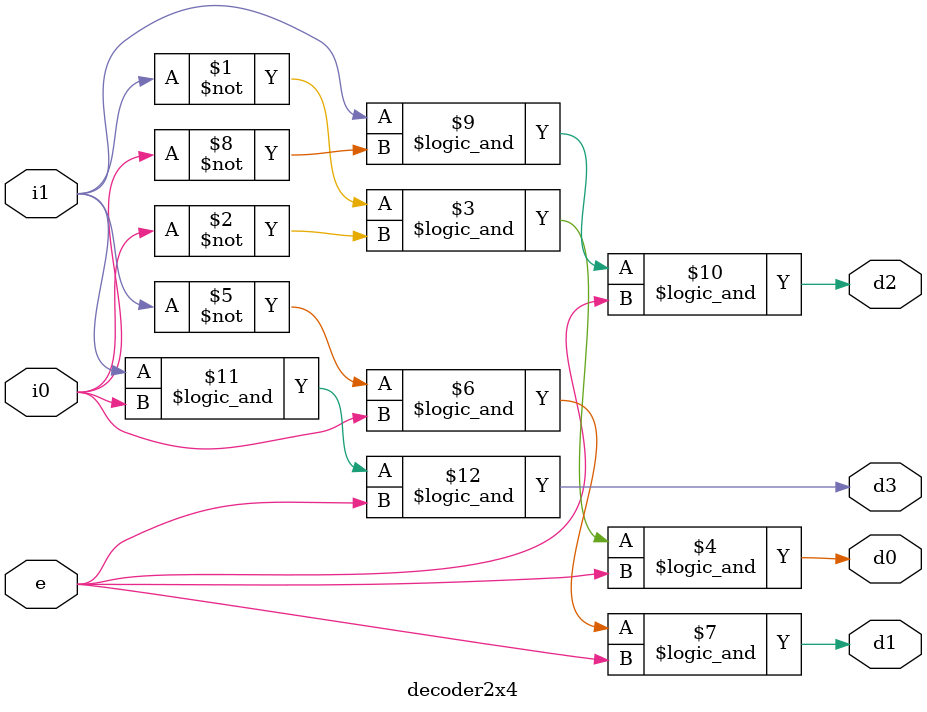
<source format=v>
module decoder2x4(i0,i1,e,d0,d1,d2,d3);
input i0,i1,e;
output d0,d1,d2,d3;
assign d0=~i1&&~i0&&e;
assign d1=~i1&&i0&&e;
assign d2=i1&&~i0&&e;
assign d3=i1&&i0&&e;
endmodule


</source>
